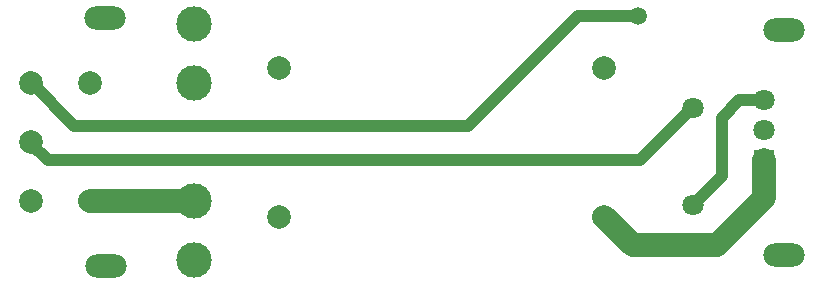
<source format=gtl>
G04*
G04 #@! TF.GenerationSoftware,Altium Limited,Altium Designer,22.10.1 (41)*
G04*
G04 Layer_Physical_Order=1*
G04 Layer_Color=255*
%FSLAX44Y44*%
%MOMM*%
G71*
G04*
G04 #@! TF.SameCoordinates,AEFCC64F-A21F-44B2-B13A-618CF61525BC*
G04*
G04*
G04 #@! TF.FilePolarity,Positive*
G04*
G01*
G75*
%ADD17C,2.0000*%
%ADD18C,1.0000*%
%ADD19R,1.8000X1.8000*%
%ADD20C,1.8000*%
%ADD21O,3.5000X2.0000*%
%ADD22C,2.0000*%
%ADD23C,3.0000*%
%ADD24C,1.5000*%
D17*
X541600Y37900D02*
X612700D01*
X652600Y77800D02*
Y109700D01*
X612700Y37900D02*
X652600Y77800D01*
X82000Y75100D02*
X82400Y75500D01*
X169500D01*
X517500Y62000D02*
X541600Y37900D01*
D18*
X68800Y139100D02*
X402400D01*
X494900Y231600D02*
X546200D01*
X402400Y139100D02*
X494900Y231600D01*
X547600Y109700D02*
X591600Y153700D01*
X46400Y109700D02*
X547600D01*
X592400Y71700D02*
X617100Y96400D01*
Y145900D02*
X631700Y160500D01*
X617100Y96400D02*
Y145900D01*
X32182Y123918D02*
X46400Y109700D01*
X32800Y175100D02*
X68800Y139100D01*
X31200Y173829D02*
Y180169D01*
X631700Y160500D02*
X652600D01*
D19*
Y109700D02*
D03*
D20*
Y135100D02*
D03*
Y160500D02*
D03*
X592400Y153700D02*
D03*
Y71700D02*
D03*
X670000Y30000D02*
D03*
Y220000D02*
D03*
X95000Y230000D02*
D03*
Y20000D02*
D03*
D21*
X670000Y220000D02*
D03*
Y30000D02*
D03*
X95300Y20000D02*
D03*
X95000Y230000D02*
D03*
D22*
X242500Y188000D02*
D03*
X517500D02*
D03*
X82000Y75100D02*
D03*
Y175100D02*
D03*
X32500D02*
D03*
Y75100D02*
D03*
Y125100D02*
D03*
X242500Y62000D02*
D03*
X517500D02*
D03*
D23*
X170000Y25000D02*
D03*
Y225000D02*
D03*
Y75000D02*
D03*
Y175000D02*
D03*
D24*
X546200Y231600D02*
D03*
M02*

</source>
